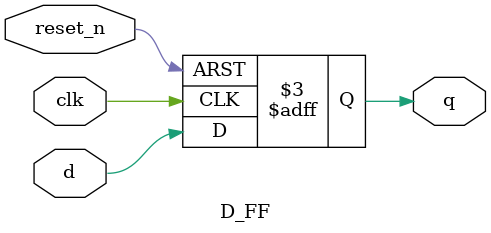
<source format=v>
`timescale 1ns / 1ps
module D_FF(d, reset_n, clk, q);
    input d, clk;
    input reset_n;  // reset_n is a active low input signal _n signifies active low signal.
    output reg q;
    
    always @(posedge clk, negedge reset_n)    // if reset_n is not mentioned in the events list in always the resulting ff will be Synchronous to clk.
    begin
        if(reset_n == 1'b0)
            q <= 1'b0;
        else
            q <= d;
    end
endmodule

</source>
